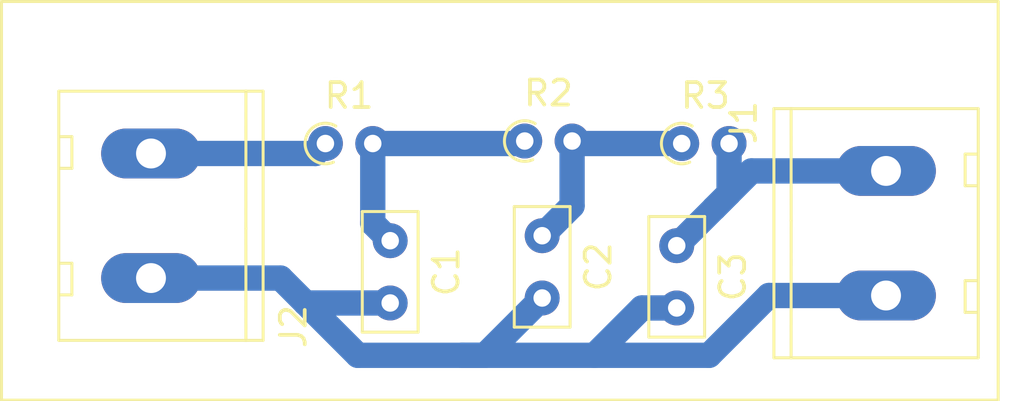
<source format=kicad_pcb>
(kicad_pcb (version 20171130) (host pcbnew "(5.1.9)-1")

  (general
    (thickness 1.6)
    (drawings 4)
    (tracks 28)
    (zones 0)
    (modules 8)
    (nets 6)
  )

  (page A4)
  (layers
    (0 F.Cu signal)
    (31 B.Cu signal)
    (32 B.Adhes user)
    (33 F.Adhes user)
    (34 B.Paste user)
    (35 F.Paste user)
    (36 B.SilkS user)
    (37 F.SilkS user)
    (38 B.Mask user)
    (39 F.Mask user)
    (40 Dwgs.User user)
    (41 Cmts.User user)
    (42 Eco1.User user)
    (43 Eco2.User user)
    (44 Edge.Cuts user)
    (45 Margin user)
    (46 B.CrtYd user)
    (47 F.CrtYd user)
    (48 B.Fab user)
    (49 F.Fab user)
  )

  (setup
    (last_trace_width 1.016)
    (user_trace_width 1.016)
    (trace_clearance 0.2)
    (zone_clearance 0.508)
    (zone_45_only no)
    (trace_min 0.2)
    (via_size 0.8)
    (via_drill 0.4)
    (via_min_size 0.4)
    (via_min_drill 0.3)
    (uvia_size 0.3)
    (uvia_drill 0.1)
    (uvias_allowed no)
    (uvia_min_size 0.2)
    (uvia_min_drill 0.1)
    (edge_width 0.05)
    (segment_width 0.2)
    (pcb_text_width 0.3)
    (pcb_text_size 1.5 1.5)
    (mod_edge_width 0.12)
    (mod_text_size 1 1)
    (mod_text_width 0.15)
    (pad_size 1.524 1.524)
    (pad_drill 0.762)
    (pad_to_mask_clearance 0)
    (aux_axis_origin 0 0)
    (visible_elements FFFFFF7F)
    (pcbplotparams
      (layerselection 0x010fc_ffffffff)
      (usegerberextensions false)
      (usegerberattributes true)
      (usegerberadvancedattributes true)
      (creategerberjobfile true)
      (excludeedgelayer true)
      (linewidth 0.100000)
      (plotframeref false)
      (viasonmask false)
      (mode 1)
      (useauxorigin false)
      (hpglpennumber 1)
      (hpglpenspeed 20)
      (hpglpendiameter 15.000000)
      (psnegative false)
      (psa4output false)
      (plotreference true)
      (plotvalue true)
      (plotinvisibletext false)
      (padsonsilk false)
      (subtractmaskfromsilk false)
      (outputformat 1)
      (mirror false)
      (drillshape 1)
      (scaleselection 1)
      (outputdirectory ""))
  )

  (net 0 "")
  (net 1 GND)
  (net 2 "Net-(C1-Pad1)")
  (net 3 "Net-(C2-Pad1)")
  (net 4 "Net-(C3-Pad1)")
  (net 5 "Net-(J2-Pad2)")

  (net_class Default "This is the default net class."
    (clearance 0.2)
    (trace_width 0.25)
    (via_dia 0.8)
    (via_drill 0.4)
    (uvia_dia 0.3)
    (uvia_drill 0.1)
    (add_net GND)
    (add_net "Net-(C1-Pad1)")
    (add_net "Net-(C2-Pad1)")
    (add_net "Net-(C3-Pad1)")
    (add_net "Net-(J2-Pad2)")
  )

  (module Resistor_THT:R_Axial_DIN0204_L3.6mm_D1.6mm_P1.90mm_Vertical (layer F.Cu) (tedit 5AE5139B) (tstamp 61113DF5)
    (at 49.3 117.7)
    (descr "Resistor, Axial_DIN0204 series, Axial, Vertical, pin pitch=1.9mm, 0.167W, length*diameter=3.6*1.6mm^2, http://cdn-reichelt.de/documents/datenblatt/B400/1_4W%23YAG.pdf")
    (tags "Resistor Axial_DIN0204 series Axial Vertical pin pitch 1.9mm 0.167W length 3.6mm diameter 1.6mm")
    (path /611194D8)
    (fp_text reference R3 (at 0.95 -1.92) (layer F.SilkS)
      (effects (font (size 1 1) (thickness 0.15)))
    )
    (fp_text value R_US (at 0.95 1.92) (layer F.Fab)
      (effects (font (size 1 1) (thickness 0.15)))
    )
    (fp_text user %R (at 0.95 -1.92) (layer F.Fab)
      (effects (font (size 1 1) (thickness 0.15)))
    )
    (fp_arc (start 0 0) (end 0.417133 -0.7) (angle -233.92106) (layer F.SilkS) (width 0.12))
    (fp_circle (center 0 0) (end 0.8 0) (layer F.Fab) (width 0.1))
    (fp_line (start 0 0) (end 1.9 0) (layer F.Fab) (width 0.1))
    (fp_line (start -1.05 -1.05) (end -1.05 1.05) (layer F.CrtYd) (width 0.05))
    (fp_line (start -1.05 1.05) (end 2.86 1.05) (layer F.CrtYd) (width 0.05))
    (fp_line (start 2.86 1.05) (end 2.86 -1.05) (layer F.CrtYd) (width 0.05))
    (fp_line (start 2.86 -1.05) (end -1.05 -1.05) (layer F.CrtYd) (width 0.05))
    (pad 2 thru_hole oval (at 1.9 0) (size 1.4 1.4) (drill 0.7) (layers *.Cu *.Mask)
      (net 4 "Net-(C3-Pad1)"))
    (pad 1 thru_hole circle (at 0 0) (size 1.4 1.4) (drill 0.7) (layers *.Cu *.Mask)
      (net 3 "Net-(C2-Pad1)"))
    (model ${KISYS3DMOD}/Resistor_THT.3dshapes/R_Axial_DIN0204_L3.6mm_D1.6mm_P1.90mm_Vertical.wrl
      (at (xyz 0 0 0))
      (scale (xyz 1 1 1))
      (rotate (xyz 0 0 0))
    )
  )

  (module Resistor_THT:R_Axial_DIN0204_L3.6mm_D1.6mm_P1.90mm_Vertical (layer F.Cu) (tedit 5AE5139B) (tstamp 61113DE7)
    (at 43 117.6)
    (descr "Resistor, Axial_DIN0204 series, Axial, Vertical, pin pitch=1.9mm, 0.167W, length*diameter=3.6*1.6mm^2, http://cdn-reichelt.de/documents/datenblatt/B400/1_4W%23YAG.pdf")
    (tags "Resistor Axial_DIN0204 series Axial Vertical pin pitch 1.9mm 0.167W length 3.6mm diameter 1.6mm")
    (path /61117FD4)
    (fp_text reference R2 (at 0.95 -1.92) (layer F.SilkS)
      (effects (font (size 1 1) (thickness 0.15)))
    )
    (fp_text value R_US (at 0.95 1.92) (layer F.Fab)
      (effects (font (size 1 1) (thickness 0.15)))
    )
    (fp_text user %R (at 0.95 -1.92) (layer F.Fab)
      (effects (font (size 1 1) (thickness 0.15)))
    )
    (fp_arc (start 0 0) (end 0.417133 -0.7) (angle -233.92106) (layer F.SilkS) (width 0.12))
    (fp_circle (center 0 0) (end 0.8 0) (layer F.Fab) (width 0.1))
    (fp_line (start 0 0) (end 1.9 0) (layer F.Fab) (width 0.1))
    (fp_line (start -1.05 -1.05) (end -1.05 1.05) (layer F.CrtYd) (width 0.05))
    (fp_line (start -1.05 1.05) (end 2.86 1.05) (layer F.CrtYd) (width 0.05))
    (fp_line (start 2.86 1.05) (end 2.86 -1.05) (layer F.CrtYd) (width 0.05))
    (fp_line (start 2.86 -1.05) (end -1.05 -1.05) (layer F.CrtYd) (width 0.05))
    (pad 2 thru_hole oval (at 1.9 0) (size 1.4 1.4) (drill 0.7) (layers *.Cu *.Mask)
      (net 3 "Net-(C2-Pad1)"))
    (pad 1 thru_hole circle (at 0 0) (size 1.4 1.4) (drill 0.7) (layers *.Cu *.Mask)
      (net 2 "Net-(C1-Pad1)"))
    (model ${KISYS3DMOD}/Resistor_THT.3dshapes/R_Axial_DIN0204_L3.6mm_D1.6mm_P1.90mm_Vertical.wrl
      (at (xyz 0 0 0))
      (scale (xyz 1 1 1))
      (rotate (xyz 0 0 0))
    )
  )

  (module Resistor_THT:R_Axial_DIN0204_L3.6mm_D1.6mm_P1.90mm_Vertical (layer F.Cu) (tedit 5AE5139B) (tstamp 61113DD9)
    (at 35 117.7)
    (descr "Resistor, Axial_DIN0204 series, Axial, Vertical, pin pitch=1.9mm, 0.167W, length*diameter=3.6*1.6mm^2, http://cdn-reichelt.de/documents/datenblatt/B400/1_4W%23YAG.pdf")
    (tags "Resistor Axial_DIN0204 series Axial Vertical pin pitch 1.9mm 0.167W length 3.6mm diameter 1.6mm")
    (path /6111487A)
    (fp_text reference R1 (at 0.95 -1.92) (layer F.SilkS)
      (effects (font (size 1 1) (thickness 0.15)))
    )
    (fp_text value R_US (at 0.95 1.92) (layer F.Fab)
      (effects (font (size 1 1) (thickness 0.15)))
    )
    (fp_text user %R (at 0.95 -1.92) (layer F.Fab)
      (effects (font (size 1 1) (thickness 0.15)))
    )
    (fp_arc (start 0 0) (end 0.417133 -0.7) (angle -233.92106) (layer F.SilkS) (width 0.12))
    (fp_circle (center 0 0) (end 0.8 0) (layer F.Fab) (width 0.1))
    (fp_line (start 0 0) (end 1.9 0) (layer F.Fab) (width 0.1))
    (fp_line (start -1.05 -1.05) (end -1.05 1.05) (layer F.CrtYd) (width 0.05))
    (fp_line (start -1.05 1.05) (end 2.86 1.05) (layer F.CrtYd) (width 0.05))
    (fp_line (start 2.86 1.05) (end 2.86 -1.05) (layer F.CrtYd) (width 0.05))
    (fp_line (start 2.86 -1.05) (end -1.05 -1.05) (layer F.CrtYd) (width 0.05))
    (pad 2 thru_hole oval (at 1.9 0) (size 1.4 1.4) (drill 0.7) (layers *.Cu *.Mask)
      (net 2 "Net-(C1-Pad1)"))
    (pad 1 thru_hole circle (at 0 0) (size 1.4 1.4) (drill 0.7) (layers *.Cu *.Mask)
      (net 5 "Net-(J2-Pad2)"))
    (model ${KISYS3DMOD}/Resistor_THT.3dshapes/R_Axial_DIN0204_L3.6mm_D1.6mm_P1.90mm_Vertical.wrl
      (at (xyz 0 0 0))
      (scale (xyz 1 1 1))
      (rotate (xyz 0 0 0))
    )
  )

  (module IoWLabsConnectors:Tb-2x1-5p-TH-V (layer F.Cu) (tedit 60D0342F) (tstamp 61113DCB)
    (at 28 120.6 90)
    (path /61113B4F)
    (fp_text reference J2 (at -4.445 5.715 90) (layer F.SilkS)
      (effects (font (size 1 1) (thickness 0.15)))
    )
    (fp_text value Conn_01x02 (at 0.127 -4.699 90) (layer F.Fab)
      (effects (font (size 1 1) (thickness 0.15)))
    )
    (fp_line (start -5 -3.7) (end 5 -3.7) (layer F.SilkS) (width 0.12))
    (fp_line (start 5 4.5) (end 5 -3.7) (layer F.SilkS) (width 0.12))
    (fp_line (start -5 4.5) (end 5 4.5) (layer F.SilkS) (width 0.12))
    (fp_line (start -5 -3.7) (end -5 4.5) (layer F.SilkS) (width 0.12))
    (fp_line (start -3.175 -3.175) (end -1.905 -3.175) (layer F.SilkS) (width 0.12))
    (fp_line (start 1.905 -3.175) (end 3.175 -3.175) (layer F.SilkS) (width 0.12))
    (fp_line (start -3.175 -3.175) (end -3.175 -3.683) (layer F.SilkS) (width 0.12))
    (fp_line (start -1.905 -3.175) (end -1.905 -3.683) (layer F.SilkS) (width 0.12))
    (fp_line (start 1.905 -3.175) (end 1.905 -3.683) (layer F.SilkS) (width 0.12))
    (fp_line (start 3.175 -3.175) (end 3.175 -3.683) (layer F.SilkS) (width 0.12))
    (fp_line (start -5.0038 3.81) (end -0.509646 3.808353) (layer F.SilkS) (width 0.12))
    (fp_line (start -0.509646 3.808353) (end 5.0038 3.81) (layer F.SilkS) (width 0.12))
    (pad 2 thru_hole oval (at 2.5 0 90) (size 2 4) (drill 1.2) (layers *.Cu *.Mask)
      (net 5 "Net-(J2-Pad2)"))
    (pad 1 thru_hole oval (at -2.5 0 90) (size 2 4) (drill 1.2) (layers *.Cu *.Mask B.Paste)
      (net 1 GND))
    (model "C:/Users/Wac/Desktop/Trabajo/iow Labs/models/Terminal Blocks/DG301-5.0mm/STEP/DG301-5.0-xxP (pitch 5.0mm)/DG301-5.0-02P-12-00AH.STEP"
      (offset (xyz 5 -4.5 0))
      (scale (xyz 1 1 1))
      (rotate (xyz -90 0 180))
    )
  )

  (module IoWLabsConnectors:Tb-2x1-5p-TH-V (layer F.Cu) (tedit 60D0342F) (tstamp 61113DB9)
    (at 57.5 121.3 270)
    (path /611140E5)
    (fp_text reference J1 (at -4.445 5.715 90) (layer F.SilkS)
      (effects (font (size 1 1) (thickness 0.15)))
    )
    (fp_text value Conn_01x02 (at 0.127 -4.699 90) (layer F.Fab)
      (effects (font (size 1 1) (thickness 0.15)))
    )
    (fp_line (start -5 -3.7) (end 5 -3.7) (layer F.SilkS) (width 0.12))
    (fp_line (start 5 4.5) (end 5 -3.7) (layer F.SilkS) (width 0.12))
    (fp_line (start -5 4.5) (end 5 4.5) (layer F.SilkS) (width 0.12))
    (fp_line (start -5 -3.7) (end -5 4.5) (layer F.SilkS) (width 0.12))
    (fp_line (start -3.175 -3.175) (end -1.905 -3.175) (layer F.SilkS) (width 0.12))
    (fp_line (start 1.905 -3.175) (end 3.175 -3.175) (layer F.SilkS) (width 0.12))
    (fp_line (start -3.175 -3.175) (end -3.175 -3.683) (layer F.SilkS) (width 0.12))
    (fp_line (start -1.905 -3.175) (end -1.905 -3.683) (layer F.SilkS) (width 0.12))
    (fp_line (start 1.905 -3.175) (end 1.905 -3.683) (layer F.SilkS) (width 0.12))
    (fp_line (start 3.175 -3.175) (end 3.175 -3.683) (layer F.SilkS) (width 0.12))
    (fp_line (start -5.0038 3.81) (end -0.509646 3.808353) (layer F.SilkS) (width 0.12))
    (fp_line (start -0.509646 3.808353) (end 5.0038 3.81) (layer F.SilkS) (width 0.12))
    (pad 2 thru_hole oval (at 2.5 0 270) (size 2 4) (drill 1.2) (layers *.Cu *.Mask)
      (net 1 GND))
    (pad 1 thru_hole oval (at -2.5 0 270) (size 2 4) (drill 1.2) (layers *.Cu *.Mask B.Paste)
      (net 4 "Net-(C3-Pad1)"))
    (model "C:/Users/Wac/Desktop/Trabajo/iow Labs/models/Terminal Blocks/DG301-5.0mm/STEP/DG301-5.0-xxP (pitch 5.0mm)/DG301-5.0-02P-12-00AH.STEP"
      (offset (xyz 5 -4.5 0))
      (scale (xyz 1 1 1))
      (rotate (xyz -90 0 180))
    )
  )

  (module Capacitor_THT:C_Rect_L4.6mm_W2.0mm_P2.50mm_MKS02_FKP02 (layer F.Cu) (tedit 5AE50EF0) (tstamp 61113DA7)
    (at 49.1 121.8 270)
    (descr "C, Rect series, Radial, pin pitch=2.50mm, , length*width=4.6*2mm^2, Capacitor, http://www.wima.de/DE/WIMA_MKS_02.pdf")
    (tags "C Rect series Radial pin pitch 2.50mm  length 4.6mm width 2mm Capacitor")
    (path /611194DE)
    (fp_text reference C3 (at 1.25 -2.25 90) (layer F.SilkS)
      (effects (font (size 1 1) (thickness 0.15)))
    )
    (fp_text value C (at 1.25 2.25 90) (layer F.Fab)
      (effects (font (size 1 1) (thickness 0.15)))
    )
    (fp_text user %R (at -0.98 0.64 90) (layer F.Fab)
      (effects (font (size 0.92 0.92) (thickness 0.138)))
    )
    (fp_line (start -1.05 -1) (end -1.05 1) (layer F.Fab) (width 0.1))
    (fp_line (start -1.05 1) (end 3.55 1) (layer F.Fab) (width 0.1))
    (fp_line (start 3.55 1) (end 3.55 -1) (layer F.Fab) (width 0.1))
    (fp_line (start 3.55 -1) (end -1.05 -1) (layer F.Fab) (width 0.1))
    (fp_line (start -1.17 -1.12) (end 3.67 -1.12) (layer F.SilkS) (width 0.12))
    (fp_line (start -1.17 1.12) (end 3.67 1.12) (layer F.SilkS) (width 0.12))
    (fp_line (start -1.17 -1.12) (end -1.17 1.12) (layer F.SilkS) (width 0.12))
    (fp_line (start 3.67 -1.12) (end 3.67 1.12) (layer F.SilkS) (width 0.12))
    (fp_line (start -1.3 -1.25) (end -1.3 1.25) (layer F.CrtYd) (width 0.05))
    (fp_line (start -1.3 1.25) (end 3.8 1.25) (layer F.CrtYd) (width 0.05))
    (fp_line (start 3.8 1.25) (end 3.8 -1.25) (layer F.CrtYd) (width 0.05))
    (fp_line (start 3.8 -1.25) (end -1.3 -1.25) (layer F.CrtYd) (width 0.05))
    (pad 2 thru_hole circle (at 2.5 0 270) (size 1.4 1.4) (drill 0.7) (layers *.Cu *.Mask)
      (net 1 GND))
    (pad 1 thru_hole circle (at 0 0 270) (size 1.4 1.4) (drill 0.7) (layers *.Cu *.Mask)
      (net 4 "Net-(C3-Pad1)"))
    (model ${KISYS3DMOD}/Capacitor_THT.3dshapes/C_Rect_L4.6mm_W2.0mm_P2.50mm_MKS02_FKP02.wrl
      (at (xyz 0 0 0))
      (scale (xyz 1 1 1))
      (rotate (xyz 0 0 0))
    )
  )

  (module Capacitor_THT:C_Rect_L4.6mm_W2.0mm_P2.50mm_MKS02_FKP02 (layer F.Cu) (tedit 5AE50EF0) (tstamp 61113D94)
    (at 43.7 121.4 270)
    (descr "C, Rect series, Radial, pin pitch=2.50mm, , length*width=4.6*2mm^2, Capacitor, http://www.wima.de/DE/WIMA_MKS_02.pdf")
    (tags "C Rect series Radial pin pitch 2.50mm  length 4.6mm width 2mm Capacitor")
    (path /61117FDA)
    (fp_text reference C2 (at 1.25 -2.25 90) (layer F.SilkS)
      (effects (font (size 1 1) (thickness 0.15)))
    )
    (fp_text value C (at 1.25 2.25 90) (layer F.Fab)
      (effects (font (size 1 1) (thickness 0.15)))
    )
    (fp_text user %R (at 1.25 0 90) (layer F.Fab)
      (effects (font (size 0.92 0.92) (thickness 0.138)))
    )
    (fp_line (start -1.05 -1) (end -1.05 1) (layer F.Fab) (width 0.1))
    (fp_line (start -1.05 1) (end 3.55 1) (layer F.Fab) (width 0.1))
    (fp_line (start 3.55 1) (end 3.55 -1) (layer F.Fab) (width 0.1))
    (fp_line (start 3.55 -1) (end -1.05 -1) (layer F.Fab) (width 0.1))
    (fp_line (start -1.17 -1.12) (end 3.67 -1.12) (layer F.SilkS) (width 0.12))
    (fp_line (start -1.17 1.12) (end 3.67 1.12) (layer F.SilkS) (width 0.12))
    (fp_line (start -1.17 -1.12) (end -1.17 1.12) (layer F.SilkS) (width 0.12))
    (fp_line (start 3.67 -1.12) (end 3.67 1.12) (layer F.SilkS) (width 0.12))
    (fp_line (start -1.3 -1.25) (end -1.3 1.25) (layer F.CrtYd) (width 0.05))
    (fp_line (start -1.3 1.25) (end 3.8 1.25) (layer F.CrtYd) (width 0.05))
    (fp_line (start 3.8 1.25) (end 3.8 -1.25) (layer F.CrtYd) (width 0.05))
    (fp_line (start 3.8 -1.25) (end -1.3 -1.25) (layer F.CrtYd) (width 0.05))
    (pad 2 thru_hole circle (at 2.5 0 270) (size 1.4 1.4) (drill 0.7) (layers *.Cu *.Mask)
      (net 1 GND))
    (pad 1 thru_hole circle (at 0 0 270) (size 1.4 1.4) (drill 0.7) (layers *.Cu *.Mask)
      (net 3 "Net-(C2-Pad1)"))
    (model ${KISYS3DMOD}/Capacitor_THT.3dshapes/C_Rect_L4.6mm_W2.0mm_P2.50mm_MKS02_FKP02.wrl
      (at (xyz 0 0 0))
      (scale (xyz 1 1 1))
      (rotate (xyz 0 0 0))
    )
  )

  (module Capacitor_THT:C_Rect_L4.6mm_W2.0mm_P2.50mm_MKS02_FKP02 (layer F.Cu) (tedit 5AE50EF0) (tstamp 61113D81)
    (at 37.6 121.6 270)
    (descr "C, Rect series, Radial, pin pitch=2.50mm, , length*width=4.6*2mm^2, Capacitor, http://www.wima.de/DE/WIMA_MKS_02.pdf")
    (tags "C Rect series Radial pin pitch 2.50mm  length 4.6mm width 2mm Capacitor")
    (path /61114CA5)
    (fp_text reference C1 (at 1.25 -2.25 90) (layer F.SilkS)
      (effects (font (size 1 1) (thickness 0.15)))
    )
    (fp_text value C (at 1.25 2.25 90) (layer F.Fab)
      (effects (font (size 1 1) (thickness 0.15)))
    )
    (fp_text user %R (at -0.3 -2.2 90) (layer F.Fab)
      (effects (font (size 0.92 0.92) (thickness 0.138)))
    )
    (fp_line (start -1.05 -1) (end -1.05 1) (layer F.Fab) (width 0.1))
    (fp_line (start -1.05 1) (end 3.55 1) (layer F.Fab) (width 0.1))
    (fp_line (start 3.55 1) (end 3.55 -1) (layer F.Fab) (width 0.1))
    (fp_line (start 3.55 -1) (end -1.05 -1) (layer F.Fab) (width 0.1))
    (fp_line (start -1.17 -1.12) (end 3.67 -1.12) (layer F.SilkS) (width 0.12))
    (fp_line (start -1.17 1.12) (end 3.67 1.12) (layer F.SilkS) (width 0.12))
    (fp_line (start -1.17 -1.12) (end -1.17 1.12) (layer F.SilkS) (width 0.12))
    (fp_line (start 3.67 -1.12) (end 3.67 1.12) (layer F.SilkS) (width 0.12))
    (fp_line (start -1.3 -1.25) (end -1.3 1.25) (layer F.CrtYd) (width 0.05))
    (fp_line (start -1.3 1.25) (end 3.8 1.25) (layer F.CrtYd) (width 0.05))
    (fp_line (start 3.8 1.25) (end 3.8 -1.25) (layer F.CrtYd) (width 0.05))
    (fp_line (start 3.8 -1.25) (end -1.3 -1.25) (layer F.CrtYd) (width 0.05))
    (pad 2 thru_hole circle (at 2.5 0 270) (size 1.4 1.4) (drill 0.7) (layers *.Cu *.Mask)
      (net 1 GND))
    (pad 1 thru_hole circle (at 0 0 270) (size 1.4 1.4) (drill 0.7) (layers *.Cu *.Mask)
      (net 2 "Net-(C1-Pad1)"))
    (model ${KISYS3DMOD}/Capacitor_THT.3dshapes/C_Rect_L4.6mm_W2.0mm_P2.50mm_MKS02_FKP02.wrl
      (at (xyz 0 0 0))
      (scale (xyz 1 1 1))
      (rotate (xyz 0 0 0))
    )
  )

  (gr_line (start 22 128) (end 22 112) (layer F.SilkS) (width 0.12))
  (gr_line (start 62 128) (end 22 128) (layer F.SilkS) (width 0.12))
  (gr_line (start 62 112) (end 62 128) (layer F.SilkS) (width 0.12))
  (gr_line (start 22 112) (end 62 112) (layer F.SilkS) (width 0.12))

  (segment (start 28 123.1) (end 33.2 123.1) (width 1.016) (layer B.Cu) (net 1))
  (segment (start 34.2 124.1) (end 37.6 124.1) (width 1.016) (layer B.Cu) (net 1))
  (segment (start 33.2 123.1) (end 34.2 124.1) (width 1.016) (layer B.Cu) (net 1))
  (segment (start 57.5 123.8) (end 52.8 123.8) (width 1.016) (layer B.Cu) (net 1))
  (segment (start 52.8 123.8) (end 50.4 126.2) (width 1.016) (layer B.Cu) (net 1))
  (segment (start 36.3 126.2) (end 34.2 124.1) (width 1.016) (layer B.Cu) (net 1))
  (segment (start 41.4 126.2) (end 40.5 126.2) (width 1.016) (layer B.Cu) (net 1))
  (segment (start 43.7 123.9) (end 41.4 126.2) (width 1.016) (layer B.Cu) (net 1))
  (segment (start 40.5 126.2) (end 36.3 126.2) (width 1.016) (layer B.Cu) (net 1))
  (segment (start 47.7 124.3) (end 45.8 126.2) (width 1.016) (layer B.Cu) (net 1))
  (segment (start 49.1 124.3) (end 47.7 124.3) (width 1.016) (layer B.Cu) (net 1))
  (segment (start 45.8 126.2) (end 40.5 126.2) (width 1.016) (layer B.Cu) (net 1))
  (segment (start 50.4 126.2) (end 45.8 126.2) (width 1.016) (layer B.Cu) (net 1))
  (segment (start 36.9 120.9) (end 37.6 121.6) (width 1.016) (layer B.Cu) (net 2))
  (segment (start 36.9 117.7) (end 36.9 120.9) (width 1.016) (layer B.Cu) (net 2))
  (segment (start 42.9 117.7) (end 43 117.6) (width 1.016) (layer B.Cu) (net 2))
  (segment (start 36.9 117.7) (end 42.9 117.7) (width 1.016) (layer B.Cu) (net 2))
  (segment (start 44.9 120.2) (end 43.7 121.4) (width 1.016) (layer B.Cu) (net 3))
  (segment (start 44.9 117.6) (end 44.9 120.2) (width 1.016) (layer B.Cu) (net 3))
  (segment (start 45 117.7) (end 44.9 117.6) (width 1.016) (layer B.Cu) (net 3))
  (segment (start 49.3 117.7) (end 45 117.7) (width 1.016) (layer B.Cu) (net 3))
  (segment (start 51.2 117.7) (end 51.2 119.7) (width 1.016) (layer B.Cu) (net 4))
  (segment (start 52.1 118.8) (end 50.6 120.3) (width 1.016) (layer B.Cu) (net 4))
  (segment (start 57.5 118.8) (end 52.1 118.8) (width 1.016) (layer B.Cu) (net 4))
  (segment (start 50.6 120.3) (end 49.1 121.8) (width 1.016) (layer B.Cu) (net 4))
  (segment (start 51.2 119.7) (end 50.6 120.3) (width 1.016) (layer B.Cu) (net 4))
  (segment (start 34.6 118.1) (end 35 117.7) (width 1.016) (layer B.Cu) (net 5))
  (segment (start 28 118.1) (end 34.6 118.1) (width 1.016) (layer B.Cu) (net 5))

)

</source>
